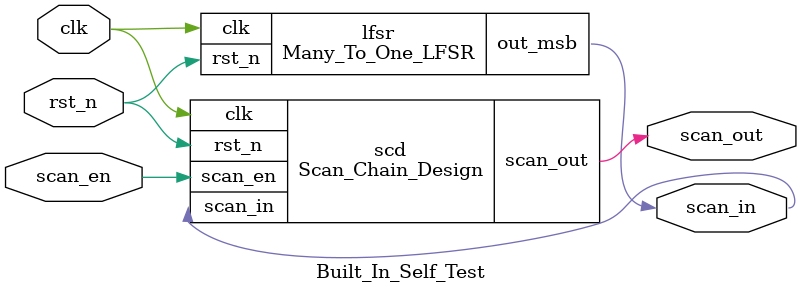
<source format=v>
`timescale 1ns/1ps

module Many_To_One_LFSR(clk, rst_n, out_msb);
input clk;
input rst_n;
output wire out_msb;

reg [8-1:0] out;
wire [7:0] next_out;
assign next_out = {out[6:0], (out[1] ^ out[2]) ^ (out[3] ^ out[7])};
assign out_msb = out[7];

always@(posedge clk) begin
    if(rst_n == 1'b0) out <= 8'b10111101;
    else out <= next_out;
end

endmodule

`timescale 1ns/1ps

module Scan_Chain_Design(clk, rst_n, scan_in, scan_en, scan_out);
input clk;
input rst_n;
input scan_in;
input scan_en;
output reg scan_out;

reg [7:0] sdff, p;

always@(*)begin
    p = sdff[7:4] * sdff[3:0];
    scan_out = sdff[0];
end

always@(posedge clk)begin
    if(rst_n == 1'b0) sdff <= 8'b0;
    else begin
        if(scan_en == 1'b0) sdff <= p;
        else sdff <= {scan_in, sdff[7:1]};
    end
end

//always@(negedge clk)begin
//    $display("a: %d, b: %d, p: %d, sdff: %b", sdff[7:4], sdff[3:0], p, sdff);
//end

endmodule


module Built_In_Self_Test(clk, rst_n, scan_en, scan_in, scan_out);
input clk;
input rst_n;
input scan_en;
output scan_in;
output scan_out;

Many_To_One_LFSR lfsr(clk, rst_n, scan_in);
Scan_Chain_Design scd(clk, rst_n, scan_in, scan_en, scan_out);

endmodule

</source>
